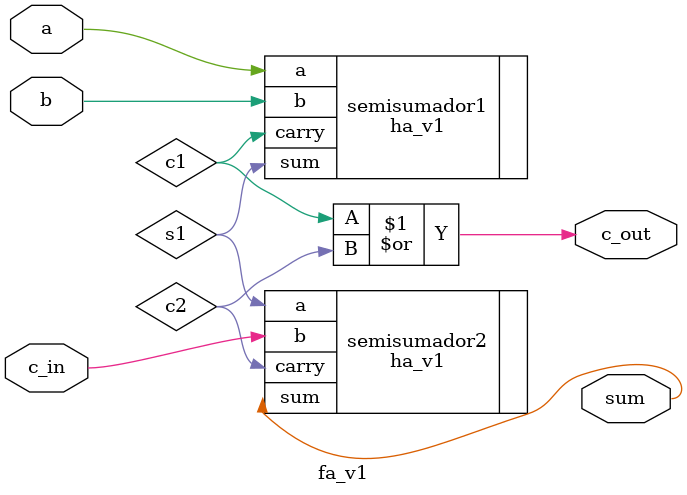
<source format=v>
module fa_v1(output wire sum, output wire c_out, input wire a, input wire b, input wire c_in);  
    
    ha_v1 semisumador1(.sum(s1), .carry(c1), .a(a), .b(b));
    ha_v1 semisumador2 (.sum(sum), .carry(c2), .a(s1), .b(c_in));
    or(c_out, c1, c2);

endmodule

</source>
